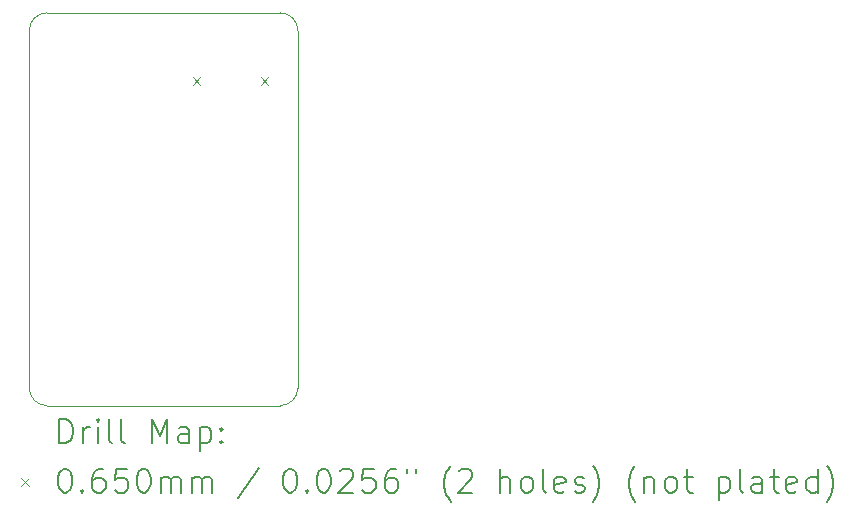
<source format=gbr>
%TF.GenerationSoftware,KiCad,Pcbnew,8.0.2*%
%TF.CreationDate,2024-07-01T07:38:27+02:00*%
%TF.ProjectId,ant control board v1.2,616e7420-636f-46e7-9472-6f6c20626f61,1.1*%
%TF.SameCoordinates,Original*%
%TF.FileFunction,Drillmap*%
%TF.FilePolarity,Positive*%
%FSLAX45Y45*%
G04 Gerber Fmt 4.5, Leading zero omitted, Abs format (unit mm)*
G04 Created by KiCad (PCBNEW 8.0.2) date 2024-07-01 07:38:27*
%MOMM*%
%LPD*%
G01*
G04 APERTURE LIST*
%ADD10C,0.050000*%
%ADD11C,0.100000*%
%ADD12C,0.200000*%
G04 APERTURE END LIST*
D10*
X13725000Y-6975000D02*
G75*
G02*
X13875000Y-6825000I150000J0D01*
G01*
D11*
X13875000Y-6825000D02*
X15850000Y-6825000D01*
D10*
X13875000Y-10150000D02*
G75*
G02*
X13725000Y-10000000I0J150000D01*
G01*
D11*
X16000000Y-6975000D02*
X16000000Y-10000000D01*
D10*
X15850000Y-6825000D02*
G75*
G02*
X16000000Y-6975000I0J-150000D01*
G01*
D11*
X13725000Y-10000000D02*
X13725000Y-6975000D01*
X15850000Y-10150000D02*
X13875000Y-10150000D01*
D10*
X16000000Y-10000000D02*
G75*
G02*
X15850000Y-10150000I-150000J0D01*
G01*
D12*
D11*
X15107800Y-7371050D02*
X15172800Y-7436050D01*
X15172800Y-7371050D02*
X15107800Y-7436050D01*
X15685800Y-7371050D02*
X15750800Y-7436050D01*
X15750800Y-7371050D02*
X15685800Y-7436050D01*
D12*
X13980777Y-10466484D02*
X13980777Y-10266484D01*
X13980777Y-10266484D02*
X14028396Y-10266484D01*
X14028396Y-10266484D02*
X14056967Y-10276008D01*
X14056967Y-10276008D02*
X14076015Y-10295055D01*
X14076015Y-10295055D02*
X14085539Y-10314103D01*
X14085539Y-10314103D02*
X14095062Y-10352198D01*
X14095062Y-10352198D02*
X14095062Y-10380770D01*
X14095062Y-10380770D02*
X14085539Y-10418865D01*
X14085539Y-10418865D02*
X14076015Y-10437912D01*
X14076015Y-10437912D02*
X14056967Y-10456960D01*
X14056967Y-10456960D02*
X14028396Y-10466484D01*
X14028396Y-10466484D02*
X13980777Y-10466484D01*
X14180777Y-10466484D02*
X14180777Y-10333150D01*
X14180777Y-10371246D02*
X14190301Y-10352198D01*
X14190301Y-10352198D02*
X14199824Y-10342674D01*
X14199824Y-10342674D02*
X14218872Y-10333150D01*
X14218872Y-10333150D02*
X14237920Y-10333150D01*
X14304586Y-10466484D02*
X14304586Y-10333150D01*
X14304586Y-10266484D02*
X14295062Y-10276008D01*
X14295062Y-10276008D02*
X14304586Y-10285531D01*
X14304586Y-10285531D02*
X14314110Y-10276008D01*
X14314110Y-10276008D02*
X14304586Y-10266484D01*
X14304586Y-10266484D02*
X14304586Y-10285531D01*
X14428396Y-10466484D02*
X14409348Y-10456960D01*
X14409348Y-10456960D02*
X14399824Y-10437912D01*
X14399824Y-10437912D02*
X14399824Y-10266484D01*
X14533158Y-10466484D02*
X14514110Y-10456960D01*
X14514110Y-10456960D02*
X14504586Y-10437912D01*
X14504586Y-10437912D02*
X14504586Y-10266484D01*
X14761729Y-10466484D02*
X14761729Y-10266484D01*
X14761729Y-10266484D02*
X14828396Y-10409341D01*
X14828396Y-10409341D02*
X14895062Y-10266484D01*
X14895062Y-10266484D02*
X14895062Y-10466484D01*
X15076015Y-10466484D02*
X15076015Y-10361722D01*
X15076015Y-10361722D02*
X15066491Y-10342674D01*
X15066491Y-10342674D02*
X15047443Y-10333150D01*
X15047443Y-10333150D02*
X15009348Y-10333150D01*
X15009348Y-10333150D02*
X14990301Y-10342674D01*
X15076015Y-10456960D02*
X15056967Y-10466484D01*
X15056967Y-10466484D02*
X15009348Y-10466484D01*
X15009348Y-10466484D02*
X14990301Y-10456960D01*
X14990301Y-10456960D02*
X14980777Y-10437912D01*
X14980777Y-10437912D02*
X14980777Y-10418865D01*
X14980777Y-10418865D02*
X14990301Y-10399817D01*
X14990301Y-10399817D02*
X15009348Y-10390293D01*
X15009348Y-10390293D02*
X15056967Y-10390293D01*
X15056967Y-10390293D02*
X15076015Y-10380770D01*
X15171253Y-10333150D02*
X15171253Y-10533150D01*
X15171253Y-10342674D02*
X15190301Y-10333150D01*
X15190301Y-10333150D02*
X15228396Y-10333150D01*
X15228396Y-10333150D02*
X15247443Y-10342674D01*
X15247443Y-10342674D02*
X15256967Y-10352198D01*
X15256967Y-10352198D02*
X15266491Y-10371246D01*
X15266491Y-10371246D02*
X15266491Y-10428389D01*
X15266491Y-10428389D02*
X15256967Y-10447436D01*
X15256967Y-10447436D02*
X15247443Y-10456960D01*
X15247443Y-10456960D02*
X15228396Y-10466484D01*
X15228396Y-10466484D02*
X15190301Y-10466484D01*
X15190301Y-10466484D02*
X15171253Y-10456960D01*
X15352205Y-10447436D02*
X15361729Y-10456960D01*
X15361729Y-10456960D02*
X15352205Y-10466484D01*
X15352205Y-10466484D02*
X15342682Y-10456960D01*
X15342682Y-10456960D02*
X15352205Y-10447436D01*
X15352205Y-10447436D02*
X15352205Y-10466484D01*
X15352205Y-10342674D02*
X15361729Y-10352198D01*
X15361729Y-10352198D02*
X15352205Y-10361722D01*
X15352205Y-10361722D02*
X15342682Y-10352198D01*
X15342682Y-10352198D02*
X15352205Y-10342674D01*
X15352205Y-10342674D02*
X15352205Y-10361722D01*
D11*
X13655000Y-10762500D02*
X13720000Y-10827500D01*
X13720000Y-10762500D02*
X13655000Y-10827500D01*
D12*
X14018872Y-10686484D02*
X14037920Y-10686484D01*
X14037920Y-10686484D02*
X14056967Y-10696008D01*
X14056967Y-10696008D02*
X14066491Y-10705531D01*
X14066491Y-10705531D02*
X14076015Y-10724579D01*
X14076015Y-10724579D02*
X14085539Y-10762674D01*
X14085539Y-10762674D02*
X14085539Y-10810293D01*
X14085539Y-10810293D02*
X14076015Y-10848389D01*
X14076015Y-10848389D02*
X14066491Y-10867436D01*
X14066491Y-10867436D02*
X14056967Y-10876960D01*
X14056967Y-10876960D02*
X14037920Y-10886484D01*
X14037920Y-10886484D02*
X14018872Y-10886484D01*
X14018872Y-10886484D02*
X13999824Y-10876960D01*
X13999824Y-10876960D02*
X13990301Y-10867436D01*
X13990301Y-10867436D02*
X13980777Y-10848389D01*
X13980777Y-10848389D02*
X13971253Y-10810293D01*
X13971253Y-10810293D02*
X13971253Y-10762674D01*
X13971253Y-10762674D02*
X13980777Y-10724579D01*
X13980777Y-10724579D02*
X13990301Y-10705531D01*
X13990301Y-10705531D02*
X13999824Y-10696008D01*
X13999824Y-10696008D02*
X14018872Y-10686484D01*
X14171253Y-10867436D02*
X14180777Y-10876960D01*
X14180777Y-10876960D02*
X14171253Y-10886484D01*
X14171253Y-10886484D02*
X14161729Y-10876960D01*
X14161729Y-10876960D02*
X14171253Y-10867436D01*
X14171253Y-10867436D02*
X14171253Y-10886484D01*
X14352205Y-10686484D02*
X14314110Y-10686484D01*
X14314110Y-10686484D02*
X14295062Y-10696008D01*
X14295062Y-10696008D02*
X14285539Y-10705531D01*
X14285539Y-10705531D02*
X14266491Y-10734103D01*
X14266491Y-10734103D02*
X14256967Y-10772198D01*
X14256967Y-10772198D02*
X14256967Y-10848389D01*
X14256967Y-10848389D02*
X14266491Y-10867436D01*
X14266491Y-10867436D02*
X14276015Y-10876960D01*
X14276015Y-10876960D02*
X14295062Y-10886484D01*
X14295062Y-10886484D02*
X14333158Y-10886484D01*
X14333158Y-10886484D02*
X14352205Y-10876960D01*
X14352205Y-10876960D02*
X14361729Y-10867436D01*
X14361729Y-10867436D02*
X14371253Y-10848389D01*
X14371253Y-10848389D02*
X14371253Y-10800770D01*
X14371253Y-10800770D02*
X14361729Y-10781722D01*
X14361729Y-10781722D02*
X14352205Y-10772198D01*
X14352205Y-10772198D02*
X14333158Y-10762674D01*
X14333158Y-10762674D02*
X14295062Y-10762674D01*
X14295062Y-10762674D02*
X14276015Y-10772198D01*
X14276015Y-10772198D02*
X14266491Y-10781722D01*
X14266491Y-10781722D02*
X14256967Y-10800770D01*
X14552205Y-10686484D02*
X14456967Y-10686484D01*
X14456967Y-10686484D02*
X14447443Y-10781722D01*
X14447443Y-10781722D02*
X14456967Y-10772198D01*
X14456967Y-10772198D02*
X14476015Y-10762674D01*
X14476015Y-10762674D02*
X14523634Y-10762674D01*
X14523634Y-10762674D02*
X14542682Y-10772198D01*
X14542682Y-10772198D02*
X14552205Y-10781722D01*
X14552205Y-10781722D02*
X14561729Y-10800770D01*
X14561729Y-10800770D02*
X14561729Y-10848389D01*
X14561729Y-10848389D02*
X14552205Y-10867436D01*
X14552205Y-10867436D02*
X14542682Y-10876960D01*
X14542682Y-10876960D02*
X14523634Y-10886484D01*
X14523634Y-10886484D02*
X14476015Y-10886484D01*
X14476015Y-10886484D02*
X14456967Y-10876960D01*
X14456967Y-10876960D02*
X14447443Y-10867436D01*
X14685539Y-10686484D02*
X14704586Y-10686484D01*
X14704586Y-10686484D02*
X14723634Y-10696008D01*
X14723634Y-10696008D02*
X14733158Y-10705531D01*
X14733158Y-10705531D02*
X14742682Y-10724579D01*
X14742682Y-10724579D02*
X14752205Y-10762674D01*
X14752205Y-10762674D02*
X14752205Y-10810293D01*
X14752205Y-10810293D02*
X14742682Y-10848389D01*
X14742682Y-10848389D02*
X14733158Y-10867436D01*
X14733158Y-10867436D02*
X14723634Y-10876960D01*
X14723634Y-10876960D02*
X14704586Y-10886484D01*
X14704586Y-10886484D02*
X14685539Y-10886484D01*
X14685539Y-10886484D02*
X14666491Y-10876960D01*
X14666491Y-10876960D02*
X14656967Y-10867436D01*
X14656967Y-10867436D02*
X14647443Y-10848389D01*
X14647443Y-10848389D02*
X14637920Y-10810293D01*
X14637920Y-10810293D02*
X14637920Y-10762674D01*
X14637920Y-10762674D02*
X14647443Y-10724579D01*
X14647443Y-10724579D02*
X14656967Y-10705531D01*
X14656967Y-10705531D02*
X14666491Y-10696008D01*
X14666491Y-10696008D02*
X14685539Y-10686484D01*
X14837920Y-10886484D02*
X14837920Y-10753150D01*
X14837920Y-10772198D02*
X14847443Y-10762674D01*
X14847443Y-10762674D02*
X14866491Y-10753150D01*
X14866491Y-10753150D02*
X14895063Y-10753150D01*
X14895063Y-10753150D02*
X14914110Y-10762674D01*
X14914110Y-10762674D02*
X14923634Y-10781722D01*
X14923634Y-10781722D02*
X14923634Y-10886484D01*
X14923634Y-10781722D02*
X14933158Y-10762674D01*
X14933158Y-10762674D02*
X14952205Y-10753150D01*
X14952205Y-10753150D02*
X14980777Y-10753150D01*
X14980777Y-10753150D02*
X14999824Y-10762674D01*
X14999824Y-10762674D02*
X15009348Y-10781722D01*
X15009348Y-10781722D02*
X15009348Y-10886484D01*
X15104586Y-10886484D02*
X15104586Y-10753150D01*
X15104586Y-10772198D02*
X15114110Y-10762674D01*
X15114110Y-10762674D02*
X15133158Y-10753150D01*
X15133158Y-10753150D02*
X15161729Y-10753150D01*
X15161729Y-10753150D02*
X15180777Y-10762674D01*
X15180777Y-10762674D02*
X15190301Y-10781722D01*
X15190301Y-10781722D02*
X15190301Y-10886484D01*
X15190301Y-10781722D02*
X15199824Y-10762674D01*
X15199824Y-10762674D02*
X15218872Y-10753150D01*
X15218872Y-10753150D02*
X15247443Y-10753150D01*
X15247443Y-10753150D02*
X15266491Y-10762674D01*
X15266491Y-10762674D02*
X15276015Y-10781722D01*
X15276015Y-10781722D02*
X15276015Y-10886484D01*
X15666491Y-10676960D02*
X15495063Y-10934103D01*
X15923634Y-10686484D02*
X15942682Y-10686484D01*
X15942682Y-10686484D02*
X15961729Y-10696008D01*
X15961729Y-10696008D02*
X15971253Y-10705531D01*
X15971253Y-10705531D02*
X15980777Y-10724579D01*
X15980777Y-10724579D02*
X15990301Y-10762674D01*
X15990301Y-10762674D02*
X15990301Y-10810293D01*
X15990301Y-10810293D02*
X15980777Y-10848389D01*
X15980777Y-10848389D02*
X15971253Y-10867436D01*
X15971253Y-10867436D02*
X15961729Y-10876960D01*
X15961729Y-10876960D02*
X15942682Y-10886484D01*
X15942682Y-10886484D02*
X15923634Y-10886484D01*
X15923634Y-10886484D02*
X15904586Y-10876960D01*
X15904586Y-10876960D02*
X15895063Y-10867436D01*
X15895063Y-10867436D02*
X15885539Y-10848389D01*
X15885539Y-10848389D02*
X15876015Y-10810293D01*
X15876015Y-10810293D02*
X15876015Y-10762674D01*
X15876015Y-10762674D02*
X15885539Y-10724579D01*
X15885539Y-10724579D02*
X15895063Y-10705531D01*
X15895063Y-10705531D02*
X15904586Y-10696008D01*
X15904586Y-10696008D02*
X15923634Y-10686484D01*
X16076015Y-10867436D02*
X16085539Y-10876960D01*
X16085539Y-10876960D02*
X16076015Y-10886484D01*
X16076015Y-10886484D02*
X16066491Y-10876960D01*
X16066491Y-10876960D02*
X16076015Y-10867436D01*
X16076015Y-10867436D02*
X16076015Y-10886484D01*
X16209348Y-10686484D02*
X16228396Y-10686484D01*
X16228396Y-10686484D02*
X16247444Y-10696008D01*
X16247444Y-10696008D02*
X16256967Y-10705531D01*
X16256967Y-10705531D02*
X16266491Y-10724579D01*
X16266491Y-10724579D02*
X16276015Y-10762674D01*
X16276015Y-10762674D02*
X16276015Y-10810293D01*
X16276015Y-10810293D02*
X16266491Y-10848389D01*
X16266491Y-10848389D02*
X16256967Y-10867436D01*
X16256967Y-10867436D02*
X16247444Y-10876960D01*
X16247444Y-10876960D02*
X16228396Y-10886484D01*
X16228396Y-10886484D02*
X16209348Y-10886484D01*
X16209348Y-10886484D02*
X16190301Y-10876960D01*
X16190301Y-10876960D02*
X16180777Y-10867436D01*
X16180777Y-10867436D02*
X16171253Y-10848389D01*
X16171253Y-10848389D02*
X16161729Y-10810293D01*
X16161729Y-10810293D02*
X16161729Y-10762674D01*
X16161729Y-10762674D02*
X16171253Y-10724579D01*
X16171253Y-10724579D02*
X16180777Y-10705531D01*
X16180777Y-10705531D02*
X16190301Y-10696008D01*
X16190301Y-10696008D02*
X16209348Y-10686484D01*
X16352206Y-10705531D02*
X16361729Y-10696008D01*
X16361729Y-10696008D02*
X16380777Y-10686484D01*
X16380777Y-10686484D02*
X16428396Y-10686484D01*
X16428396Y-10686484D02*
X16447444Y-10696008D01*
X16447444Y-10696008D02*
X16456967Y-10705531D01*
X16456967Y-10705531D02*
X16466491Y-10724579D01*
X16466491Y-10724579D02*
X16466491Y-10743627D01*
X16466491Y-10743627D02*
X16456967Y-10772198D01*
X16456967Y-10772198D02*
X16342682Y-10886484D01*
X16342682Y-10886484D02*
X16466491Y-10886484D01*
X16647444Y-10686484D02*
X16552206Y-10686484D01*
X16552206Y-10686484D02*
X16542682Y-10781722D01*
X16542682Y-10781722D02*
X16552206Y-10772198D01*
X16552206Y-10772198D02*
X16571253Y-10762674D01*
X16571253Y-10762674D02*
X16618872Y-10762674D01*
X16618872Y-10762674D02*
X16637920Y-10772198D01*
X16637920Y-10772198D02*
X16647444Y-10781722D01*
X16647444Y-10781722D02*
X16656967Y-10800770D01*
X16656967Y-10800770D02*
X16656967Y-10848389D01*
X16656967Y-10848389D02*
X16647444Y-10867436D01*
X16647444Y-10867436D02*
X16637920Y-10876960D01*
X16637920Y-10876960D02*
X16618872Y-10886484D01*
X16618872Y-10886484D02*
X16571253Y-10886484D01*
X16571253Y-10886484D02*
X16552206Y-10876960D01*
X16552206Y-10876960D02*
X16542682Y-10867436D01*
X16828396Y-10686484D02*
X16790301Y-10686484D01*
X16790301Y-10686484D02*
X16771253Y-10696008D01*
X16771253Y-10696008D02*
X16761729Y-10705531D01*
X16761729Y-10705531D02*
X16742682Y-10734103D01*
X16742682Y-10734103D02*
X16733158Y-10772198D01*
X16733158Y-10772198D02*
X16733158Y-10848389D01*
X16733158Y-10848389D02*
X16742682Y-10867436D01*
X16742682Y-10867436D02*
X16752206Y-10876960D01*
X16752206Y-10876960D02*
X16771253Y-10886484D01*
X16771253Y-10886484D02*
X16809349Y-10886484D01*
X16809349Y-10886484D02*
X16828396Y-10876960D01*
X16828396Y-10876960D02*
X16837920Y-10867436D01*
X16837920Y-10867436D02*
X16847444Y-10848389D01*
X16847444Y-10848389D02*
X16847444Y-10800770D01*
X16847444Y-10800770D02*
X16837920Y-10781722D01*
X16837920Y-10781722D02*
X16828396Y-10772198D01*
X16828396Y-10772198D02*
X16809349Y-10762674D01*
X16809349Y-10762674D02*
X16771253Y-10762674D01*
X16771253Y-10762674D02*
X16752206Y-10772198D01*
X16752206Y-10772198D02*
X16742682Y-10781722D01*
X16742682Y-10781722D02*
X16733158Y-10800770D01*
X16923634Y-10686484D02*
X16923634Y-10724579D01*
X16999825Y-10686484D02*
X16999825Y-10724579D01*
X17295063Y-10962674D02*
X17285539Y-10953150D01*
X17285539Y-10953150D02*
X17266491Y-10924579D01*
X17266491Y-10924579D02*
X17256968Y-10905531D01*
X17256968Y-10905531D02*
X17247444Y-10876960D01*
X17247444Y-10876960D02*
X17237920Y-10829341D01*
X17237920Y-10829341D02*
X17237920Y-10791246D01*
X17237920Y-10791246D02*
X17247444Y-10743627D01*
X17247444Y-10743627D02*
X17256968Y-10715055D01*
X17256968Y-10715055D02*
X17266491Y-10696008D01*
X17266491Y-10696008D02*
X17285539Y-10667436D01*
X17285539Y-10667436D02*
X17295063Y-10657912D01*
X17361730Y-10705531D02*
X17371253Y-10696008D01*
X17371253Y-10696008D02*
X17390301Y-10686484D01*
X17390301Y-10686484D02*
X17437920Y-10686484D01*
X17437920Y-10686484D02*
X17456968Y-10696008D01*
X17456968Y-10696008D02*
X17466491Y-10705531D01*
X17466491Y-10705531D02*
X17476015Y-10724579D01*
X17476015Y-10724579D02*
X17476015Y-10743627D01*
X17476015Y-10743627D02*
X17466491Y-10772198D01*
X17466491Y-10772198D02*
X17352206Y-10886484D01*
X17352206Y-10886484D02*
X17476015Y-10886484D01*
X17714111Y-10886484D02*
X17714111Y-10686484D01*
X17799825Y-10886484D02*
X17799825Y-10781722D01*
X17799825Y-10781722D02*
X17790301Y-10762674D01*
X17790301Y-10762674D02*
X17771253Y-10753150D01*
X17771253Y-10753150D02*
X17742682Y-10753150D01*
X17742682Y-10753150D02*
X17723634Y-10762674D01*
X17723634Y-10762674D02*
X17714111Y-10772198D01*
X17923634Y-10886484D02*
X17904587Y-10876960D01*
X17904587Y-10876960D02*
X17895063Y-10867436D01*
X17895063Y-10867436D02*
X17885539Y-10848389D01*
X17885539Y-10848389D02*
X17885539Y-10791246D01*
X17885539Y-10791246D02*
X17895063Y-10772198D01*
X17895063Y-10772198D02*
X17904587Y-10762674D01*
X17904587Y-10762674D02*
X17923634Y-10753150D01*
X17923634Y-10753150D02*
X17952206Y-10753150D01*
X17952206Y-10753150D02*
X17971253Y-10762674D01*
X17971253Y-10762674D02*
X17980777Y-10772198D01*
X17980777Y-10772198D02*
X17990301Y-10791246D01*
X17990301Y-10791246D02*
X17990301Y-10848389D01*
X17990301Y-10848389D02*
X17980777Y-10867436D01*
X17980777Y-10867436D02*
X17971253Y-10876960D01*
X17971253Y-10876960D02*
X17952206Y-10886484D01*
X17952206Y-10886484D02*
X17923634Y-10886484D01*
X18104587Y-10886484D02*
X18085539Y-10876960D01*
X18085539Y-10876960D02*
X18076015Y-10857912D01*
X18076015Y-10857912D02*
X18076015Y-10686484D01*
X18256968Y-10876960D02*
X18237920Y-10886484D01*
X18237920Y-10886484D02*
X18199825Y-10886484D01*
X18199825Y-10886484D02*
X18180777Y-10876960D01*
X18180777Y-10876960D02*
X18171253Y-10857912D01*
X18171253Y-10857912D02*
X18171253Y-10781722D01*
X18171253Y-10781722D02*
X18180777Y-10762674D01*
X18180777Y-10762674D02*
X18199825Y-10753150D01*
X18199825Y-10753150D02*
X18237920Y-10753150D01*
X18237920Y-10753150D02*
X18256968Y-10762674D01*
X18256968Y-10762674D02*
X18266492Y-10781722D01*
X18266492Y-10781722D02*
X18266492Y-10800770D01*
X18266492Y-10800770D02*
X18171253Y-10819817D01*
X18342682Y-10876960D02*
X18361730Y-10886484D01*
X18361730Y-10886484D02*
X18399825Y-10886484D01*
X18399825Y-10886484D02*
X18418873Y-10876960D01*
X18418873Y-10876960D02*
X18428396Y-10857912D01*
X18428396Y-10857912D02*
X18428396Y-10848389D01*
X18428396Y-10848389D02*
X18418873Y-10829341D01*
X18418873Y-10829341D02*
X18399825Y-10819817D01*
X18399825Y-10819817D02*
X18371253Y-10819817D01*
X18371253Y-10819817D02*
X18352206Y-10810293D01*
X18352206Y-10810293D02*
X18342682Y-10791246D01*
X18342682Y-10791246D02*
X18342682Y-10781722D01*
X18342682Y-10781722D02*
X18352206Y-10762674D01*
X18352206Y-10762674D02*
X18371253Y-10753150D01*
X18371253Y-10753150D02*
X18399825Y-10753150D01*
X18399825Y-10753150D02*
X18418873Y-10762674D01*
X18495063Y-10962674D02*
X18504587Y-10953150D01*
X18504587Y-10953150D02*
X18523634Y-10924579D01*
X18523634Y-10924579D02*
X18533158Y-10905531D01*
X18533158Y-10905531D02*
X18542682Y-10876960D01*
X18542682Y-10876960D02*
X18552206Y-10829341D01*
X18552206Y-10829341D02*
X18552206Y-10791246D01*
X18552206Y-10791246D02*
X18542682Y-10743627D01*
X18542682Y-10743627D02*
X18533158Y-10715055D01*
X18533158Y-10715055D02*
X18523634Y-10696008D01*
X18523634Y-10696008D02*
X18504587Y-10667436D01*
X18504587Y-10667436D02*
X18495063Y-10657912D01*
X18856968Y-10962674D02*
X18847444Y-10953150D01*
X18847444Y-10953150D02*
X18828396Y-10924579D01*
X18828396Y-10924579D02*
X18818873Y-10905531D01*
X18818873Y-10905531D02*
X18809349Y-10876960D01*
X18809349Y-10876960D02*
X18799825Y-10829341D01*
X18799825Y-10829341D02*
X18799825Y-10791246D01*
X18799825Y-10791246D02*
X18809349Y-10743627D01*
X18809349Y-10743627D02*
X18818873Y-10715055D01*
X18818873Y-10715055D02*
X18828396Y-10696008D01*
X18828396Y-10696008D02*
X18847444Y-10667436D01*
X18847444Y-10667436D02*
X18856968Y-10657912D01*
X18933158Y-10753150D02*
X18933158Y-10886484D01*
X18933158Y-10772198D02*
X18942682Y-10762674D01*
X18942682Y-10762674D02*
X18961730Y-10753150D01*
X18961730Y-10753150D02*
X18990301Y-10753150D01*
X18990301Y-10753150D02*
X19009349Y-10762674D01*
X19009349Y-10762674D02*
X19018873Y-10781722D01*
X19018873Y-10781722D02*
X19018873Y-10886484D01*
X19142682Y-10886484D02*
X19123634Y-10876960D01*
X19123634Y-10876960D02*
X19114111Y-10867436D01*
X19114111Y-10867436D02*
X19104587Y-10848389D01*
X19104587Y-10848389D02*
X19104587Y-10791246D01*
X19104587Y-10791246D02*
X19114111Y-10772198D01*
X19114111Y-10772198D02*
X19123634Y-10762674D01*
X19123634Y-10762674D02*
X19142682Y-10753150D01*
X19142682Y-10753150D02*
X19171254Y-10753150D01*
X19171254Y-10753150D02*
X19190301Y-10762674D01*
X19190301Y-10762674D02*
X19199825Y-10772198D01*
X19199825Y-10772198D02*
X19209349Y-10791246D01*
X19209349Y-10791246D02*
X19209349Y-10848389D01*
X19209349Y-10848389D02*
X19199825Y-10867436D01*
X19199825Y-10867436D02*
X19190301Y-10876960D01*
X19190301Y-10876960D02*
X19171254Y-10886484D01*
X19171254Y-10886484D02*
X19142682Y-10886484D01*
X19266492Y-10753150D02*
X19342682Y-10753150D01*
X19295063Y-10686484D02*
X19295063Y-10857912D01*
X19295063Y-10857912D02*
X19304587Y-10876960D01*
X19304587Y-10876960D02*
X19323634Y-10886484D01*
X19323634Y-10886484D02*
X19342682Y-10886484D01*
X19561730Y-10753150D02*
X19561730Y-10953150D01*
X19561730Y-10762674D02*
X19580777Y-10753150D01*
X19580777Y-10753150D02*
X19618873Y-10753150D01*
X19618873Y-10753150D02*
X19637920Y-10762674D01*
X19637920Y-10762674D02*
X19647444Y-10772198D01*
X19647444Y-10772198D02*
X19656968Y-10791246D01*
X19656968Y-10791246D02*
X19656968Y-10848389D01*
X19656968Y-10848389D02*
X19647444Y-10867436D01*
X19647444Y-10867436D02*
X19637920Y-10876960D01*
X19637920Y-10876960D02*
X19618873Y-10886484D01*
X19618873Y-10886484D02*
X19580777Y-10886484D01*
X19580777Y-10886484D02*
X19561730Y-10876960D01*
X19771254Y-10886484D02*
X19752206Y-10876960D01*
X19752206Y-10876960D02*
X19742682Y-10857912D01*
X19742682Y-10857912D02*
X19742682Y-10686484D01*
X19933158Y-10886484D02*
X19933158Y-10781722D01*
X19933158Y-10781722D02*
X19923635Y-10762674D01*
X19923635Y-10762674D02*
X19904587Y-10753150D01*
X19904587Y-10753150D02*
X19866492Y-10753150D01*
X19866492Y-10753150D02*
X19847444Y-10762674D01*
X19933158Y-10876960D02*
X19914111Y-10886484D01*
X19914111Y-10886484D02*
X19866492Y-10886484D01*
X19866492Y-10886484D02*
X19847444Y-10876960D01*
X19847444Y-10876960D02*
X19837920Y-10857912D01*
X19837920Y-10857912D02*
X19837920Y-10838865D01*
X19837920Y-10838865D02*
X19847444Y-10819817D01*
X19847444Y-10819817D02*
X19866492Y-10810293D01*
X19866492Y-10810293D02*
X19914111Y-10810293D01*
X19914111Y-10810293D02*
X19933158Y-10800770D01*
X19999825Y-10753150D02*
X20076015Y-10753150D01*
X20028396Y-10686484D02*
X20028396Y-10857912D01*
X20028396Y-10857912D02*
X20037920Y-10876960D01*
X20037920Y-10876960D02*
X20056968Y-10886484D01*
X20056968Y-10886484D02*
X20076015Y-10886484D01*
X20218873Y-10876960D02*
X20199825Y-10886484D01*
X20199825Y-10886484D02*
X20161730Y-10886484D01*
X20161730Y-10886484D02*
X20142682Y-10876960D01*
X20142682Y-10876960D02*
X20133158Y-10857912D01*
X20133158Y-10857912D02*
X20133158Y-10781722D01*
X20133158Y-10781722D02*
X20142682Y-10762674D01*
X20142682Y-10762674D02*
X20161730Y-10753150D01*
X20161730Y-10753150D02*
X20199825Y-10753150D01*
X20199825Y-10753150D02*
X20218873Y-10762674D01*
X20218873Y-10762674D02*
X20228396Y-10781722D01*
X20228396Y-10781722D02*
X20228396Y-10800770D01*
X20228396Y-10800770D02*
X20133158Y-10819817D01*
X20399825Y-10886484D02*
X20399825Y-10686484D01*
X20399825Y-10876960D02*
X20380777Y-10886484D01*
X20380777Y-10886484D02*
X20342682Y-10886484D01*
X20342682Y-10886484D02*
X20323635Y-10876960D01*
X20323635Y-10876960D02*
X20314111Y-10867436D01*
X20314111Y-10867436D02*
X20304587Y-10848389D01*
X20304587Y-10848389D02*
X20304587Y-10791246D01*
X20304587Y-10791246D02*
X20314111Y-10772198D01*
X20314111Y-10772198D02*
X20323635Y-10762674D01*
X20323635Y-10762674D02*
X20342682Y-10753150D01*
X20342682Y-10753150D02*
X20380777Y-10753150D01*
X20380777Y-10753150D02*
X20399825Y-10762674D01*
X20476016Y-10962674D02*
X20485539Y-10953150D01*
X20485539Y-10953150D02*
X20504587Y-10924579D01*
X20504587Y-10924579D02*
X20514111Y-10905531D01*
X20514111Y-10905531D02*
X20523635Y-10876960D01*
X20523635Y-10876960D02*
X20533158Y-10829341D01*
X20533158Y-10829341D02*
X20533158Y-10791246D01*
X20533158Y-10791246D02*
X20523635Y-10743627D01*
X20523635Y-10743627D02*
X20514111Y-10715055D01*
X20514111Y-10715055D02*
X20504587Y-10696008D01*
X20504587Y-10696008D02*
X20485539Y-10667436D01*
X20485539Y-10667436D02*
X20476016Y-10657912D01*
M02*

</source>
